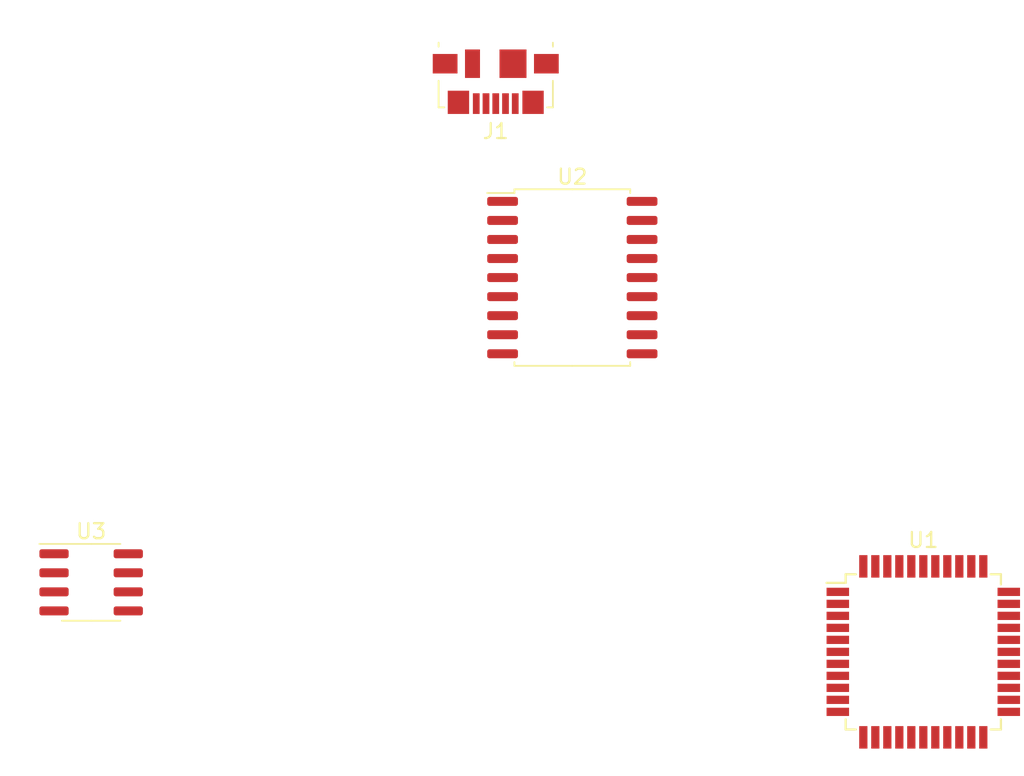
<source format=kicad_pcb>
(kicad_pcb (version 20221018) (generator pcbnew)
  (layers (0 "F.Cu" signal) (31 "B.Cu" signal) (34 "B.Paste" user) (35 "F.Paste" user) (36 "B.SilkS" user "B.Silkscreen") (37 "F.SilkS" user "F.Silkscreen") (38 "B.Mask" user) (39 "F.Mask" user) (44 "Edge.Cuts" user))
  (net 0 "")
  (net 14 "Net-(U1-VCC-Pad14)")
  (net 15 "Net-(U1-GND-Pad15)")
  (net 23 "Net-(U1-AVCC-Pad24)")
  (footprint "Package_QFP:TQFP-44_10x10mm_P0.8mm" (layer "F.Cu") (at 247 94.552)
    (fp_text reference "U1" (at 0 -7.45) (layer "F.SilkS"))
    (fp_text value "ATmega32U4-A")
    (fp_line (start -5.175 -5.175) (end -5.175 -4.6) (stroke (width 0.15)) (layer "F.SilkS"))
    (fp_line (start -5.175 -5.175) (end -4.5 -5.175) (stroke (width 0.15)) (layer "F.SilkS"))
    (fp_line (start -5.175 -4.6) (end -6.45 -4.6) (stroke (width 0.15)) (layer "F.SilkS"))
    (fp_line (start -5.175 5.175) (end -5.175 4.5) (stroke (width 0.15)) (layer "F.SilkS"))
    (fp_line (start -5.175 5.175) (end -4.5 5.175) (stroke (width 0.15)) (layer "F.SilkS"))
    (fp_line (start 5.175 -5.175) (end 4.5 -5.175) (stroke (width 0.15)) (layer "F.SilkS"))
    (fp_line (start 5.175 -5.175) (end 5.175 -4.5) (stroke (width 0.15)) (layer "F.SilkS"))
    (fp_line (start 5.175 5.175) (end 4.5 5.175) (stroke (width 0.15)) (layer "F.SilkS"))
    (fp_line (start 5.175 5.175) (end 5.175 4.5) (stroke (width 0.15)) (layer "F.SilkS"))
    (pad "1" smd rect (at -5.7 -4) (size 1.5 0.55) (layers "F.Cu" "F.Paste" "F.Mask"))
    (pad "2" smd rect (at -5.7 -3.2) (size 1.5 0.55) (layers "F.Cu" "F.Paste" "F.Mask"))
    (pad "3" smd rect (at -5.7 -2.4) (size 1.5 0.55) (layers "F.Cu" "F.Paste" "F.Mask"))
    (pad "4" smd rect (at -5.7 -1.6) (size 1.5 0.55) (layers "F.Cu" "F.Paste" "F.Mask"))
    (pad "5" smd rect (at -5.7 -0.8) (size 1.5 0.55) (layers "F.Cu" "F.Paste" "F.Mask"))
    (pad "6" smd rect (at -5.7 0) (size 1.5 0.55) (layers "F.Cu" "F.Paste" "F.Mask"))
    (pad "7" smd rect (at -5.7 0.8) (size 1.5 0.55) (layers "F.Cu" "F.Paste" "F.Mask"))
    (pad "8" smd rect (at -5.7 1.6) (size 1.5 0.55) (layers "F.Cu" "F.Paste" "F.Mask"))
    (pad "9" smd rect (at -5.7 2.4) (size 1.5 0.55) (layers "F.Cu" "F.Paste" "F.Mask"))
    (pad "10" smd rect (at -5.7 3.2) (size 1.5 0.55) (layers "F.Cu" "F.Paste" "F.Mask"))
    (pad "11" smd rect (at -5.7 4) (size 1.5 0.55) (layers "F.Cu" "F.Paste" "F.Mask"))
    (pad "12" smd rect (at -4 5.7 90) (size 1.5 0.55) (layers "F.Cu" "F.Paste" "F.Mask"))
    (pad "13" smd rect (at -3.2 5.7 90) (size 1.5 0.55) (layers "F.Cu" "F.Paste" "F.Mask"))
    (pad "14" smd rect (at -2.4 5.7 90) (size 1.5 0.55) (layers "F.Cu" "F.Paste" "F.Mask") (net 14 "Net-(U1-VCC-Pad14)"))
    (pad "15" smd rect (at -1.6 5.7 90) (size 1.5 0.55) (layers "F.Cu" "F.Paste" "F.Mask") (net 15 "Net-(U1-GND-Pad15)"))
    (pad "16" smd rect (at -0.8 5.7 90) (size 1.5 0.55) (layers "F.Cu" "F.Paste" "F.Mask"))
    (pad "17" smd rect (at 0 5.7 90) (size 1.5 0.55) (layers "F.Cu" "F.Paste" "F.Mask"))
    (pad "18" smd rect (at 0.8 5.7 90) (size 1.5 0.55) (layers "F.Cu" "F.Paste" "F.Mask"))
    (pad "19" smd rect (at 1.6 5.7 90) (size 1.5 0.55) (layers "F.Cu" "F.Paste" "F.Mask"))
    (pad "20" smd rect (at 2.4 5.7 90) (size 1.5 0.55) (layers "F.Cu" "F.Paste" "F.Mask"))
    (pad "21" smd rect (at 3.2 5.7 90) (size 1.5 0.55) (layers "F.Cu" "F.Paste" "F.Mask"))
    (pad "22" smd rect (at 4 5.7 90) (size 1.5 0.55) (layers "F.Cu" "F.Paste" "F.Mask"))
    (pad "23" smd rect (at 5.7 4) (size 1.5 0.55) (layers "F.Cu" "F.Paste" "F.Mask") (net 15 "Net-(U1-GND-Pad15)"))
    (pad "24" smd rect (at 5.7 3.2) (size 1.5 0.55) (layers "F.Cu" "F.Paste" "F.Mask") (net 23 "Net-(U1-AVCC-Pad24)"))
    (pad "25" smd rect (at 5.7 2.4) (size 1.5 0.55) (layers "F.Cu" "F.Paste" "F.Mask"))
    (pad "26" smd rect (at 5.7 1.6) (size 1.5 0.55) (layers "F.Cu" "F.Paste" "F.Mask"))
    (pad "27" smd rect (at 5.7 0.8) (size 1.5 0.55) (layers "F.Cu" "F.Paste" "F.Mask"))
    (pad "28" smd rect (at 5.7 0) (size 1.5 0.55) (layers "F.Cu" "F.Paste" "F.Mask"))
    (pad "29" smd rect (at 5.7 -0.8) (size 1.5 0.55) (layers "F.Cu" "F.Paste" "F.Mask"))
    (pad "30" smd rect (at 5.7 -1.6) (size 1.5 0.55) (layers "F.Cu" "F.Paste" "F.Mask"))
    (pad "31" smd rect (at 5.7 -2.4) (size 1.5 0.55) (layers "F.Cu" "F.Paste" "F.Mask"))
    (pad "32" smd rect (at 5.7 -3.2) (size 1.5 0.55) (layers "F.Cu" "F.Paste" "F.Mask"))
    (pad "33" smd rect (at 5.7 -4) (size 1.5 0.55) (layers "F.Cu" "F.Paste" "F.Mask"))
    (pad "34" smd rect (at 4 -5.7 90) (size 1.5 0.55) (layers "F.Cu" "F.Paste" "F.Mask") (net 14 "Net-(U1-VCC-Pad14)"))
    (pad "35" smd rect (at 3.2 -5.7 90) (size 1.5 0.55) (layers "F.Cu" "F.Paste" "F.Mask") (net 15 "Net-(U1-GND-Pad15)"))
    (pad "36" smd rect (at 2.4 -5.7 90) (size 1.5 0.55) (layers "F.Cu" "F.Paste" "F.Mask"))
    (pad "37" smd rect (at 1.6 -5.7 90) (size 1.5 0.55) (layers "F.Cu" "F.Paste" "F.Mask"))
    (pad "38" smd rect (at 0.8 -5.7 90) (size 1.5 0.55) (layers "F.Cu" "F.Paste" "F.Mask"))
    (pad "39" smd rect (at 0 -5.7 90) (size 1.5 0.55) (layers "F.Cu" "F.Paste" "F.Mask"))
    (pad "40" smd rect (at -0.8 -5.7 90) (size 1.5 0.55) (layers "F.Cu" "F.Paste" "F.Mask"))
    (pad "41" smd rect (at -1.6 -5.7 90) (size 1.5 0.55) (layers "F.Cu" "F.Paste" "F.Mask"))
    (pad "42" smd rect (at -2.4 -5.7 90) (size 1.5 0.55) (layers "F.Cu" "F.Paste" "F.Mask"))
    (pad "43" smd rect (at -3.2 -5.7 90) (size 1.5 0.55) (layers "F.Cu" "F.Paste" "F.Mask") (net 15 "Net-(U1-GND-Pad15)"))
    (pad "44" smd rect (at -4 -5.7 90) (size 1.5 0.55) (layers "F.Cu" "F.Paste" "F.Mask") (net 23 "Net-(U1-AVCC-Pad24)"))
  )
  (footprint "Package_SO:SOIC-8_3.9x4.9mm_P1.27mm" (layer "F.Cu") (at 191.516 89.916)
    (fp_text reference "U3" (at 0 -3.4) (layer "F.SilkS"))
    (fp_text value "MCP2551-I-SN")
    (fp_line (start 0 -2.56) (end -3.45 -2.56) (stroke (width 0.12)) (layer "F.SilkS"))
    (fp_line (start 0 -2.56) (end 1.95 -2.56) (stroke (width 0.12)) (layer "F.SilkS"))
    (fp_line (start 0 2.56) (end -1.95 2.56) (stroke (width 0.12)) (layer "F.SilkS"))
    (fp_line (start 0 2.56) (end 1.95 2.56) (stroke (width 0.12)) (layer "F.SilkS"))
    (pad "1" smd roundrect (at -2.475 -1.905) (size 1.95 0.6) (layers "F.Cu" "F.Paste" "F.Mask"))
    (pad "2" smd roundrect (at -2.475 -0.635) (size 1.95 0.6) (layers "F.Cu" "F.Paste" "F.Mask"))
    (pad "3" smd roundrect (at -2.475 0.635) (size 1.95 0.6) (layers "F.Cu" "F.Paste" "F.Mask"))
    (pad "4" smd roundrect (at -2.475 1.905) (size 1.95 0.6) (layers "F.Cu" "F.Paste" "F.Mask"))
    (pad "5" smd roundrect (at 2.475 1.905) (size 1.95 0.6) (layers "F.Cu" "F.Paste" "F.Mask"))
    (pad "6" smd roundrect (at 2.475 0.635) (size 1.95 0.6) (layers "F.Cu" "F.Paste" "F.Mask"))
    (pad "7" smd roundrect (at 2.475 -0.635) (size 1.95 0.6) (layers "F.Cu" "F.Paste" "F.Mask"))
    (pad "8" smd roundrect (at 2.475 -1.905) (size 1.95 0.6) (layers "F.Cu" "F.Paste" "F.Mask"))
  )
  (footprint "Connector_USB:USB_Micro-B_Molex_47346-0001" (layer "F.Cu") (at 218.4925 56.537 180)
    (fp_text reference "J1" (at 0 -3.3) (layer "F.SilkS"))
    (fp_text value "USB_B_Micro")
    (fp_line (start -3.81 -1.71) (end -3.43 -1.71) (stroke (width 0.12)) (layer "F.SilkS"))
    (fp_line (start -3.81 0.06) (end -3.81 -1.71) (stroke (width 0.12)) (layer "F.SilkS"))
    (fp_line (start -3.81 2.6) (end -3.81 2.34) (stroke (width 0.12)) (layer "F.SilkS"))
    (fp_line (start 3.81 -1.71) (end 3.43 -1.71) (stroke (width 0.12)) (layer "F.SilkS"))
    (fp_line (start 3.81 -1.71) (end 3.81 0.06) (stroke (width 0.12)) (layer "F.SilkS"))
    (fp_line (start 3.81 2.34) (end 3.81 2.6) (stroke (width 0.12)) (layer "F.SilkS"))
    (pad "1" smd rect (at -1.3 -1.46 180) (size 0.45 1.38) (layers "F.Cu" "F.Paste" "F.Mask"))
    (pad "2" smd rect (at -0.65 -1.46 180) (size 0.45 1.38) (layers "F.Cu" "F.Paste" "F.Mask"))
    (pad "3" smd rect (at 0 -1.46 180) (size 0.45 1.38) (layers "F.Cu" "F.Paste" "F.Mask"))
    (pad "4" smd rect (at 0.65 -1.46 180) (size 0.45 1.38) (layers "F.Cu" "F.Paste" "F.Mask"))
    (pad "5" smd rect (at 1.3 -1.46 180) (size 0.45 1.38) (layers "F.Cu" "F.Paste" "F.Mask"))
    (pad "6" smd rect (at -3.375 1.2 180) (size 1.65 1.3) (layers "F.Cu" "F.Paste" "F.Mask"))
    (pad "6" smd rect (at -2.4875 -1.375 180) (size 1.425 1.55) (layers "F.Cu" "F.Paste" "F.Mask"))
    (pad "6" smd rect (at -1.15 1.2 180) (size 1.8 1.9) (layers "F.Cu" "F.Paste" "F.Mask"))
    (pad "6" smd rect (at 1.55 1.2 180) (size 1 1.9) (layers "F.Cu" "F.Paste" "F.Mask"))
    (pad "6" smd rect (at 2.4875 -1.375 180) (size 1.425 1.55) (layers "F.Cu" "F.Paste" "F.Mask"))
    (pad "6" smd rect (at 3.375 1.2 180) (size 1.65 1.3) (layers "F.Cu" "F.Paste" "F.Mask"))
  )
  (footprint "Package_SO:SOIC-18W_7.5x11.6mm_P1.27mm" (layer "F.Cu") (at 223.598 69.596)
    (fp_text reference "U2" (at 0 -6.72) (layer "F.SilkS"))
    (fp_text value "MCP2515-xSO")
    (fp_line (start -3.86 -5.885) (end -3.86 -5.64) (stroke (width 0.12)) (layer "F.SilkS"))
    (fp_line (start -3.86 -5.64) (end -5.675 -5.64) (stroke (width 0.12)) (layer "F.SilkS"))
    (fp_line (start -3.86 5.885) (end -3.86 5.64) (stroke (width 0.12)) (layer "F.SilkS"))
    (fp_line (start 0 -5.885) (end -3.86 -5.885) (stroke (width 0.12)) (layer "F.SilkS"))
    (fp_line (start 0 -5.885) (end 3.86 -5.885) (stroke (width 0.12)) (layer "F.SilkS"))
    (fp_line (start 0 5.885) (end -3.86 5.885) (stroke (width 0.12)) (layer "F.SilkS"))
    (fp_line (start 0 5.885) (end 3.86 5.885) (stroke (width 0.12)) (layer "F.SilkS"))
    (fp_line (start 3.86 -5.885) (end 3.86 -5.64) (stroke (width 0.12)) (layer "F.SilkS"))
    (fp_line (start 3.86 5.885) (end 3.86 5.64) (stroke (width 0.12)) (layer "F.SilkS"))
    (pad "1" smd roundrect (at -4.65 -5.08) (size 2.05 0.6) (layers "F.Cu" "F.Paste" "F.Mask"))
    (pad "2" smd roundrect (at -4.65 -3.81) (size 2.05 0.6) (layers "F.Cu" "F.Paste" "F.Mask"))
    (pad "3" smd roundrect (at -4.65 -2.54) (size 2.05 0.6) (layers "F.Cu" "F.Paste" "F.Mask"))
    (pad "4" smd roundrect (at -4.65 -1.27) (size 2.05 0.6) (layers "F.Cu" "F.Paste" "F.Mask"))
    (pad "5" smd roundrect (at -4.65 0) (size 2.05 0.6) (layers "F.Cu" "F.Paste" "F.Mask"))
    (pad "6" smd roundrect (at -4.65 1.27) (size 2.05 0.6) (layers "F.Cu" "F.Paste" "F.Mask"))
    (pad "7" smd roundrect (at -4.65 2.54) (size 2.05 0.6) (layers "F.Cu" "F.Paste" "F.Mask"))
    (pad "8" smd roundrect (at -4.65 3.81) (size 2.05 0.6) (layers "F.Cu" "F.Paste" "F.Mask"))
    (pad "9" smd roundrect (at -4.65 5.08) (size 2.05 0.6) (layers "F.Cu" "F.Paste" "F.Mask"))
    (pad "10" smd roundrect (at 4.65 5.08) (size 2.05 0.6) (layers "F.Cu" "F.Paste" "F.Mask"))
    (pad "11" smd roundrect (at 4.65 3.81) (size 2.05 0.6) (layers "F.Cu" "F.Paste" "F.Mask"))
    (pad "12" smd roundrect (at 4.65 2.54) (size 2.05 0.6) (layers "F.Cu" "F.Paste" "F.Mask"))
    (pad "13" smd roundrect (at 4.65 1.27) (size 2.05 0.6) (layers "F.Cu" "F.Paste" "F.Mask"))
    (pad "14" smd roundrect (at 4.65 0) (size 2.05 0.6) (layers "F.Cu" "F.Paste" "F.Mask"))
    (pad "15" smd roundrect (at 4.65 -1.27) (size 2.05 0.6) (layers "F.Cu" "F.Paste" "F.Mask"))
    (pad "16" smd roundrect (at 4.65 -2.54) (size 2.05 0.6) (layers "F.Cu" "F.Paste" "F.Mask"))
    (pad "17" smd roundrect (at 4.65 -3.81) (size 2.05 0.6) (layers "F.Cu" "F.Paste" "F.Mask"))
    (pad "18" smd roundrect (at 4.65 -5.08) (size 2.05 0.6) (layers "F.Cu" "F.Paste" "F.Mask"))
  )
)
</source>
